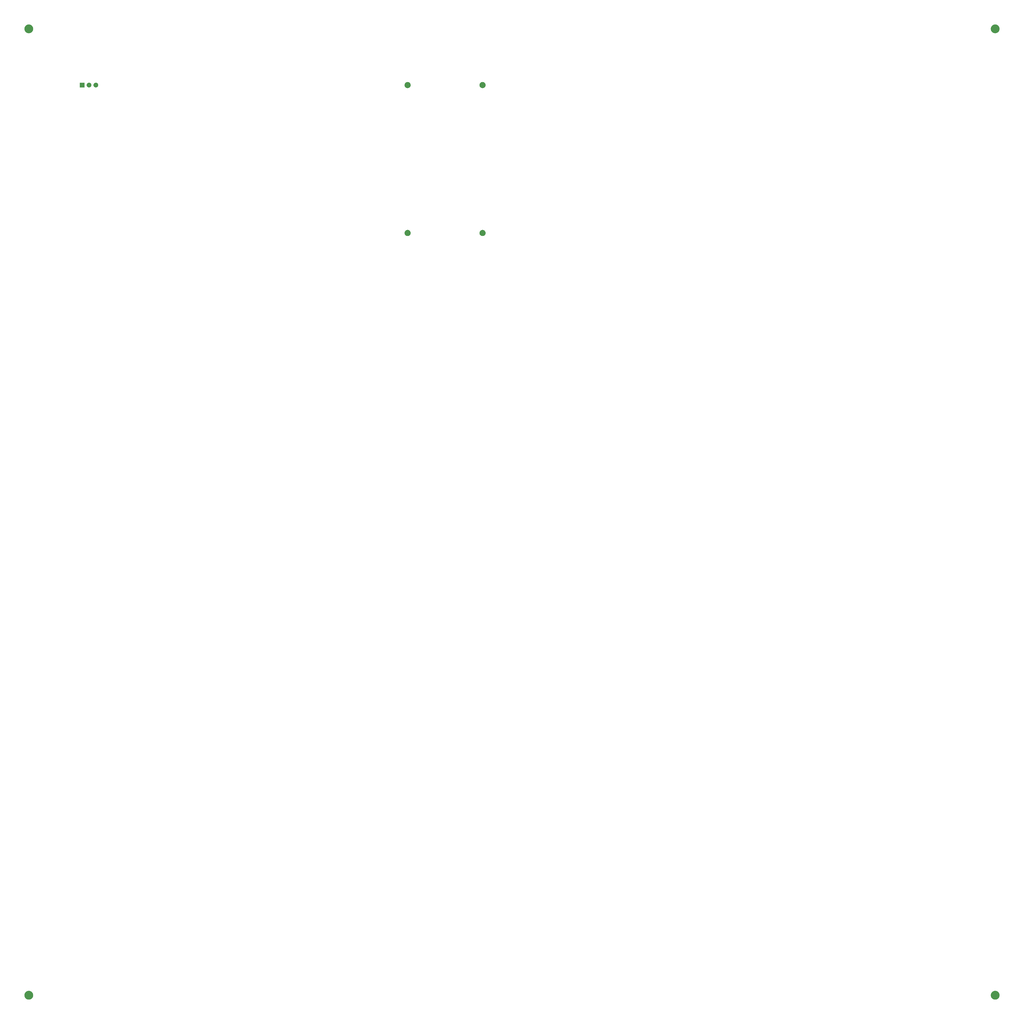
<source format=gbr>
G04 #@! TF.GenerationSoftware,KiCad,Pcbnew,8.0.2-8.0.2-0~ubuntu22.04.1*
G04 #@! TF.CreationDate,2024-05-18T22:12:29+02:00*
G04 #@! TF.ProjectId,qclock,71636c6f-636b-42e6-9b69-6361645f7063,rev?*
G04 #@! TF.SameCoordinates,Original*
G04 #@! TF.FileFunction,Soldermask,Bot*
G04 #@! TF.FilePolarity,Negative*
%FSLAX46Y46*%
G04 Gerber Fmt 4.6, Leading zero omitted, Abs format (unit mm)*
G04 Created by KiCad (PCBNEW 8.0.2-8.0.2-0~ubuntu22.04.1) date 2024-05-18 22:12:29*
%MOMM*%
%LPD*%
G01*
G04 APERTURE LIST*
G04 APERTURE END LIST*
G36*
X32063098Y-391353966D02*
G01*
X32123353Y-391353966D01*
X32189199Y-391363890D01*
X32258273Y-391369327D01*
X32313947Y-391382693D01*
X32367302Y-391390735D01*
X32437021Y-391412240D01*
X32510187Y-391429806D01*
X32557495Y-391449401D01*
X32603052Y-391463454D01*
X32674569Y-391497895D01*
X32749538Y-391528948D01*
X32788022Y-391552531D01*
X32825322Y-391570494D01*
X32896271Y-391618866D01*
X32970433Y-391664313D01*
X33000127Y-391689674D01*
X33029162Y-391709470D01*
X33096956Y-391772374D01*
X33167433Y-391832567D01*
X33188834Y-391857625D01*
X33210011Y-391877274D01*
X33271925Y-391954911D01*
X33335687Y-392029567D01*
X33349709Y-392052449D01*
X33363830Y-392070156D01*
X33417087Y-392162399D01*
X33471052Y-392250462D01*
X33478977Y-392269597D01*
X33487185Y-392283812D01*
X33529038Y-392390454D01*
X33570194Y-392489813D01*
X33573597Y-392503991D01*
X33577314Y-392513460D01*
X33605157Y-392635446D01*
X33630673Y-392741727D01*
X33631334Y-392750133D01*
X33632214Y-392753986D01*
X33643683Y-392907031D01*
X33651000Y-393000000D01*
X33643682Y-393092975D01*
X33632214Y-393246013D01*
X33631334Y-393249865D01*
X33630673Y-393258273D01*
X33605152Y-393364573D01*
X33577314Y-393486539D01*
X33573598Y-393496005D01*
X33570194Y-393510187D01*
X33529031Y-393609563D01*
X33487185Y-393716187D01*
X33478979Y-393730399D01*
X33471052Y-393749538D01*
X33417077Y-393837616D01*
X33363830Y-393929843D01*
X33349712Y-393947546D01*
X33335687Y-393970433D01*
X33271913Y-394045102D01*
X33210011Y-394122725D01*
X33188838Y-394142369D01*
X33167433Y-394167433D01*
X33096942Y-394227637D01*
X33029162Y-394290529D01*
X33000133Y-394310320D01*
X32970433Y-394335687D01*
X32896257Y-394381142D01*
X32825322Y-394429505D01*
X32788030Y-394447463D01*
X32749538Y-394471052D01*
X32674554Y-394502110D01*
X32603052Y-394536545D01*
X32557504Y-394550594D01*
X32510187Y-394570194D01*
X32437007Y-394587762D01*
X32367302Y-394609264D01*
X32313955Y-394617304D01*
X32258273Y-394630673D01*
X32189195Y-394636109D01*
X32123353Y-394646034D01*
X32063098Y-394646034D01*
X32000000Y-394651000D01*
X31936902Y-394646034D01*
X31876647Y-394646034D01*
X31810803Y-394636109D01*
X31741727Y-394630673D01*
X31686045Y-394617305D01*
X31632697Y-394609264D01*
X31562988Y-394587761D01*
X31489813Y-394570194D01*
X31442498Y-394550595D01*
X31396947Y-394536545D01*
X31325438Y-394502107D01*
X31250462Y-394471052D01*
X31211972Y-394447465D01*
X31174675Y-394429504D01*
X31103726Y-394381131D01*
X31029567Y-394335687D01*
X30999873Y-394310326D01*
X30970839Y-394290531D01*
X30903043Y-394227625D01*
X30832567Y-394167433D01*
X30811164Y-394142374D01*
X30789988Y-394122725D01*
X30728071Y-394045084D01*
X30664313Y-393970433D01*
X30650291Y-393947551D01*
X30636169Y-393929843D01*
X30582905Y-393837588D01*
X30528948Y-393749538D01*
X30521023Y-393730405D01*
X30512814Y-393716187D01*
X30470949Y-393609517D01*
X30429806Y-393510187D01*
X30426402Y-393496012D01*
X30422685Y-393486539D01*
X30394827Y-393364488D01*
X30369327Y-393258273D01*
X30368665Y-393249871D01*
X30367785Y-393246013D01*
X30356296Y-393092710D01*
X30349000Y-393000000D01*
X30356296Y-392907297D01*
X30367785Y-392753986D01*
X30368665Y-392750126D01*
X30369327Y-392741727D01*
X30394822Y-392635530D01*
X30422685Y-392513460D01*
X30426403Y-392503984D01*
X30429806Y-392489813D01*
X30470942Y-392390500D01*
X30512814Y-392283812D01*
X30521024Y-392269590D01*
X30528948Y-392250462D01*
X30582895Y-392162427D01*
X30636169Y-392070156D01*
X30650293Y-392052443D01*
X30664313Y-392029567D01*
X30728059Y-391954929D01*
X30789988Y-391877274D01*
X30811169Y-391857620D01*
X30832567Y-391832567D01*
X30903029Y-391772386D01*
X30970839Y-391709468D01*
X30999879Y-391689668D01*
X31029567Y-391664313D01*
X31103711Y-391618876D01*
X31174675Y-391570495D01*
X31211980Y-391552529D01*
X31250462Y-391528948D01*
X31325423Y-391497898D01*
X31396947Y-391463454D01*
X31442507Y-391449400D01*
X31489813Y-391429806D01*
X31562973Y-391412241D01*
X31632697Y-391390735D01*
X31686054Y-391382692D01*
X31741727Y-391369327D01*
X31810799Y-391363890D01*
X31876647Y-391353966D01*
X31936902Y-391353966D01*
X32000000Y-391349000D01*
X32063098Y-391353966D01*
G37*
G36*
X393063098Y-391353966D02*
G01*
X393123353Y-391353966D01*
X393189199Y-391363890D01*
X393258273Y-391369327D01*
X393313947Y-391382693D01*
X393367302Y-391390735D01*
X393437021Y-391412240D01*
X393510187Y-391429806D01*
X393557495Y-391449401D01*
X393603052Y-391463454D01*
X393674569Y-391497895D01*
X393749538Y-391528948D01*
X393788022Y-391552531D01*
X393825322Y-391570494D01*
X393896271Y-391618866D01*
X393970433Y-391664313D01*
X394000127Y-391689674D01*
X394029162Y-391709470D01*
X394096956Y-391772374D01*
X394167433Y-391832567D01*
X394188834Y-391857625D01*
X394210011Y-391877274D01*
X394271925Y-391954911D01*
X394335687Y-392029567D01*
X394349709Y-392052449D01*
X394363830Y-392070156D01*
X394417087Y-392162399D01*
X394471052Y-392250462D01*
X394478977Y-392269597D01*
X394487185Y-392283812D01*
X394529038Y-392390454D01*
X394570194Y-392489813D01*
X394573597Y-392503991D01*
X394577314Y-392513460D01*
X394605157Y-392635446D01*
X394630673Y-392741727D01*
X394631334Y-392750133D01*
X394632214Y-392753986D01*
X394643683Y-392907031D01*
X394651000Y-393000000D01*
X394643682Y-393092975D01*
X394632214Y-393246013D01*
X394631334Y-393249865D01*
X394630673Y-393258273D01*
X394605152Y-393364573D01*
X394577314Y-393486539D01*
X394573598Y-393496005D01*
X394570194Y-393510187D01*
X394529031Y-393609563D01*
X394487185Y-393716187D01*
X394478979Y-393730399D01*
X394471052Y-393749538D01*
X394417077Y-393837616D01*
X394363830Y-393929843D01*
X394349712Y-393947546D01*
X394335687Y-393970433D01*
X394271913Y-394045102D01*
X394210011Y-394122725D01*
X394188838Y-394142369D01*
X394167433Y-394167433D01*
X394096942Y-394227637D01*
X394029162Y-394290529D01*
X394000133Y-394310320D01*
X393970433Y-394335687D01*
X393896257Y-394381142D01*
X393825322Y-394429505D01*
X393788030Y-394447463D01*
X393749538Y-394471052D01*
X393674554Y-394502110D01*
X393603052Y-394536545D01*
X393557504Y-394550594D01*
X393510187Y-394570194D01*
X393437007Y-394587762D01*
X393367302Y-394609264D01*
X393313955Y-394617304D01*
X393258273Y-394630673D01*
X393189195Y-394636109D01*
X393123353Y-394646034D01*
X393063098Y-394646034D01*
X393000000Y-394651000D01*
X392936902Y-394646034D01*
X392876647Y-394646034D01*
X392810803Y-394636109D01*
X392741727Y-394630673D01*
X392686045Y-394617305D01*
X392632697Y-394609264D01*
X392562988Y-394587761D01*
X392489813Y-394570194D01*
X392442498Y-394550595D01*
X392396947Y-394536545D01*
X392325438Y-394502107D01*
X392250462Y-394471052D01*
X392211972Y-394447465D01*
X392174675Y-394429504D01*
X392103726Y-394381131D01*
X392029567Y-394335687D01*
X391999873Y-394310326D01*
X391970839Y-394290531D01*
X391903043Y-394227625D01*
X391832567Y-394167433D01*
X391811164Y-394142374D01*
X391789988Y-394122725D01*
X391728071Y-394045084D01*
X391664313Y-393970433D01*
X391650291Y-393947551D01*
X391636169Y-393929843D01*
X391582905Y-393837588D01*
X391528948Y-393749538D01*
X391521023Y-393730405D01*
X391512814Y-393716187D01*
X391470949Y-393609517D01*
X391429806Y-393510187D01*
X391426402Y-393496012D01*
X391422685Y-393486539D01*
X391394827Y-393364488D01*
X391369327Y-393258273D01*
X391368665Y-393249871D01*
X391367785Y-393246013D01*
X391356296Y-393092710D01*
X391349000Y-393000000D01*
X391356296Y-392907297D01*
X391367785Y-392753986D01*
X391368665Y-392750126D01*
X391369327Y-392741727D01*
X391394822Y-392635530D01*
X391422685Y-392513460D01*
X391426403Y-392503984D01*
X391429806Y-392489813D01*
X391470942Y-392390500D01*
X391512814Y-392283812D01*
X391521024Y-392269590D01*
X391528948Y-392250462D01*
X391582895Y-392162427D01*
X391636169Y-392070156D01*
X391650293Y-392052443D01*
X391664313Y-392029567D01*
X391728059Y-391954929D01*
X391789988Y-391877274D01*
X391811169Y-391857620D01*
X391832567Y-391832567D01*
X391903029Y-391772386D01*
X391970839Y-391709468D01*
X391999879Y-391689668D01*
X392029567Y-391664313D01*
X392103711Y-391618876D01*
X392174675Y-391570495D01*
X392211980Y-391552529D01*
X392250462Y-391528948D01*
X392325423Y-391497898D01*
X392396947Y-391463454D01*
X392442507Y-391449400D01*
X392489813Y-391429806D01*
X392562973Y-391412241D01*
X392632697Y-391390735D01*
X392686054Y-391382692D01*
X392741727Y-391369327D01*
X392810799Y-391363890D01*
X392876647Y-391353966D01*
X392936902Y-391353966D01*
X393000000Y-391349000D01*
X393063098Y-391353966D01*
G37*
G36*
X173550672Y-107103910D02*
G01*
X173606201Y-107103910D01*
X173655050Y-107113041D01*
X173699783Y-107116955D01*
X173754691Y-107131667D01*
X173814986Y-107142939D01*
X173855882Y-107158782D01*
X173893500Y-107168862D01*
X173950449Y-107195417D01*
X174013045Y-107219667D01*
X174045350Y-107239669D01*
X174075263Y-107253618D01*
X174131688Y-107293127D01*
X174193632Y-107331482D01*
X174217378Y-107353130D01*
X174239539Y-107368647D01*
X174292543Y-107421651D01*
X174350599Y-107474576D01*
X174366424Y-107495532D01*
X174381352Y-107510460D01*
X174427922Y-107576969D01*
X174478600Y-107644077D01*
X174487677Y-107662307D01*
X174496381Y-107674737D01*
X174533430Y-107754191D01*
X174573276Y-107834211D01*
X174577239Y-107848139D01*
X174581137Y-107856499D01*
X174605709Y-107948204D01*
X174631402Y-108038504D01*
X174632192Y-108047039D01*
X174633044Y-108050216D01*
X174642447Y-108157707D01*
X174651000Y-108250000D01*
X174642447Y-108342299D01*
X174633044Y-108449783D01*
X174632193Y-108452958D01*
X174631402Y-108461496D01*
X174605705Y-108551811D01*
X174581137Y-108643500D01*
X174577239Y-108651857D01*
X174573276Y-108665789D01*
X174533427Y-108745815D01*
X174496381Y-108825263D01*
X174487678Y-108837691D01*
X174478600Y-108855923D01*
X174427917Y-108923037D01*
X174381352Y-108989539D01*
X174366427Y-109004463D01*
X174350599Y-109025424D01*
X174292532Y-109078358D01*
X174239539Y-109131352D01*
X174217383Y-109146865D01*
X174193632Y-109168518D01*
X174131675Y-109206879D01*
X174075263Y-109246381D01*
X174045357Y-109260325D01*
X174013045Y-109280333D01*
X173950436Y-109304587D01*
X173893500Y-109331137D01*
X173855890Y-109341214D01*
X173814986Y-109357061D01*
X173754679Y-109368334D01*
X173699783Y-109383044D01*
X173655060Y-109386956D01*
X173606201Y-109396090D01*
X173550660Y-109396090D01*
X173500000Y-109400522D01*
X173449340Y-109396090D01*
X173393799Y-109396090D01*
X173344940Y-109386956D01*
X173300216Y-109383044D01*
X173245317Y-109368333D01*
X173185014Y-109357061D01*
X173144111Y-109341215D01*
X173106499Y-109331137D01*
X173049557Y-109304585D01*
X172986955Y-109280333D01*
X172954645Y-109260327D01*
X172924736Y-109246381D01*
X172868315Y-109206874D01*
X172806368Y-109168518D01*
X172782619Y-109146868D01*
X172760460Y-109131352D01*
X172707456Y-109078348D01*
X172649401Y-109025424D01*
X172633575Y-109004467D01*
X172618647Y-108989539D01*
X172572069Y-108923019D01*
X172521400Y-108855923D01*
X172512324Y-108837696D01*
X172503618Y-108825263D01*
X172466556Y-108745783D01*
X172426724Y-108665789D01*
X172422761Y-108651863D01*
X172418862Y-108643500D01*
X172394277Y-108551751D01*
X172368598Y-108461496D01*
X172367807Y-108452964D01*
X172366955Y-108449783D01*
X172357534Y-108342106D01*
X172349000Y-108250000D01*
X172357534Y-108157900D01*
X172366955Y-108050216D01*
X172367807Y-108047034D01*
X172368598Y-108038504D01*
X172394273Y-107948264D01*
X172418862Y-107856499D01*
X172422762Y-107848134D01*
X172426724Y-107834211D01*
X172466553Y-107754222D01*
X172503618Y-107674737D01*
X172512324Y-107662302D01*
X172521400Y-107644077D01*
X172572063Y-107576987D01*
X172618647Y-107510460D01*
X172633578Y-107495528D01*
X172649401Y-107474576D01*
X172707444Y-107421662D01*
X172760460Y-107368647D01*
X172782624Y-107353127D01*
X172806368Y-107331482D01*
X172868308Y-107293129D01*
X172924737Y-107253618D01*
X172954649Y-107239669D01*
X172986955Y-107219667D01*
X173049546Y-107195419D01*
X173106499Y-107168862D01*
X173144119Y-107158781D01*
X173185014Y-107142939D01*
X173245304Y-107131668D01*
X173300216Y-107116955D01*
X173344950Y-107113041D01*
X173393799Y-107103910D01*
X173449328Y-107103910D01*
X173500000Y-107099477D01*
X173550672Y-107103910D01*
G37*
G36*
X201550672Y-107103910D02*
G01*
X201606201Y-107103910D01*
X201655050Y-107113041D01*
X201699783Y-107116955D01*
X201754691Y-107131667D01*
X201814986Y-107142939D01*
X201855882Y-107158782D01*
X201893500Y-107168862D01*
X201950449Y-107195417D01*
X202013045Y-107219667D01*
X202045350Y-107239669D01*
X202075263Y-107253618D01*
X202131688Y-107293127D01*
X202193632Y-107331482D01*
X202217378Y-107353130D01*
X202239539Y-107368647D01*
X202292543Y-107421651D01*
X202350599Y-107474576D01*
X202366424Y-107495532D01*
X202381352Y-107510460D01*
X202427922Y-107576969D01*
X202478600Y-107644077D01*
X202487677Y-107662307D01*
X202496381Y-107674737D01*
X202533430Y-107754191D01*
X202573276Y-107834211D01*
X202577239Y-107848139D01*
X202581137Y-107856499D01*
X202605709Y-107948204D01*
X202631402Y-108038504D01*
X202632192Y-108047039D01*
X202633044Y-108050216D01*
X202642447Y-108157707D01*
X202651000Y-108250000D01*
X202642447Y-108342299D01*
X202633044Y-108449783D01*
X202632193Y-108452958D01*
X202631402Y-108461496D01*
X202605705Y-108551811D01*
X202581137Y-108643500D01*
X202577239Y-108651857D01*
X202573276Y-108665789D01*
X202533427Y-108745815D01*
X202496381Y-108825263D01*
X202487678Y-108837691D01*
X202478600Y-108855923D01*
X202427917Y-108923037D01*
X202381352Y-108989539D01*
X202366427Y-109004463D01*
X202350599Y-109025424D01*
X202292532Y-109078358D01*
X202239539Y-109131352D01*
X202217383Y-109146865D01*
X202193632Y-109168518D01*
X202131675Y-109206879D01*
X202075263Y-109246381D01*
X202045357Y-109260325D01*
X202013045Y-109280333D01*
X201950436Y-109304587D01*
X201893500Y-109331137D01*
X201855890Y-109341214D01*
X201814986Y-109357061D01*
X201754679Y-109368334D01*
X201699783Y-109383044D01*
X201655060Y-109386956D01*
X201606201Y-109396090D01*
X201550660Y-109396090D01*
X201500000Y-109400522D01*
X201449340Y-109396090D01*
X201393799Y-109396090D01*
X201344940Y-109386956D01*
X201300216Y-109383044D01*
X201245317Y-109368333D01*
X201185014Y-109357061D01*
X201144111Y-109341215D01*
X201106499Y-109331137D01*
X201049557Y-109304585D01*
X200986955Y-109280333D01*
X200954645Y-109260327D01*
X200924736Y-109246381D01*
X200868315Y-109206874D01*
X200806368Y-109168518D01*
X200782619Y-109146868D01*
X200760460Y-109131352D01*
X200707456Y-109078348D01*
X200649401Y-109025424D01*
X200633575Y-109004467D01*
X200618647Y-108989539D01*
X200572069Y-108923019D01*
X200521400Y-108855923D01*
X200512324Y-108837696D01*
X200503618Y-108825263D01*
X200466556Y-108745783D01*
X200426724Y-108665789D01*
X200422761Y-108651863D01*
X200418862Y-108643500D01*
X200394277Y-108551751D01*
X200368598Y-108461496D01*
X200367807Y-108452964D01*
X200366955Y-108449783D01*
X200357534Y-108342106D01*
X200349000Y-108250000D01*
X200357534Y-108157900D01*
X200366955Y-108050216D01*
X200367807Y-108047034D01*
X200368598Y-108038504D01*
X200394273Y-107948264D01*
X200418862Y-107856499D01*
X200422762Y-107848134D01*
X200426724Y-107834211D01*
X200466553Y-107754222D01*
X200503618Y-107674737D01*
X200512324Y-107662302D01*
X200521400Y-107644077D01*
X200572063Y-107576987D01*
X200618647Y-107510460D01*
X200633578Y-107495528D01*
X200649401Y-107474576D01*
X200707444Y-107421662D01*
X200760460Y-107368647D01*
X200782624Y-107353127D01*
X200806368Y-107331482D01*
X200868308Y-107293129D01*
X200924737Y-107253618D01*
X200954649Y-107239669D01*
X200986955Y-107219667D01*
X201049546Y-107195419D01*
X201106499Y-107168862D01*
X201144119Y-107158781D01*
X201185014Y-107142939D01*
X201245304Y-107131668D01*
X201300216Y-107116955D01*
X201344950Y-107113041D01*
X201393799Y-107103910D01*
X201449328Y-107103910D01*
X201500000Y-107099477D01*
X201550672Y-107103910D01*
G37*
G36*
X173550672Y-51853910D02*
G01*
X173606201Y-51853910D01*
X173655050Y-51863041D01*
X173699783Y-51866955D01*
X173754691Y-51881667D01*
X173814986Y-51892939D01*
X173855882Y-51908782D01*
X173893500Y-51918862D01*
X173950449Y-51945417D01*
X174013045Y-51969667D01*
X174045350Y-51989669D01*
X174075263Y-52003618D01*
X174131688Y-52043127D01*
X174193632Y-52081482D01*
X174217378Y-52103130D01*
X174239539Y-52118647D01*
X174292543Y-52171651D01*
X174350599Y-52224576D01*
X174366424Y-52245532D01*
X174381352Y-52260460D01*
X174427922Y-52326969D01*
X174478600Y-52394077D01*
X174487677Y-52412307D01*
X174496381Y-52424737D01*
X174533430Y-52504191D01*
X174573276Y-52584211D01*
X174577239Y-52598139D01*
X174581137Y-52606499D01*
X174605709Y-52698204D01*
X174631402Y-52788504D01*
X174632192Y-52797039D01*
X174633044Y-52800216D01*
X174642447Y-52907707D01*
X174651000Y-53000000D01*
X174642447Y-53092299D01*
X174633044Y-53199783D01*
X174632193Y-53202958D01*
X174631402Y-53211496D01*
X174605705Y-53301811D01*
X174581137Y-53393500D01*
X174577239Y-53401857D01*
X174573276Y-53415789D01*
X174533427Y-53495815D01*
X174496381Y-53575263D01*
X174487678Y-53587691D01*
X174478600Y-53605923D01*
X174427917Y-53673037D01*
X174381352Y-53739539D01*
X174366427Y-53754463D01*
X174350599Y-53775424D01*
X174292532Y-53828358D01*
X174239539Y-53881352D01*
X174217383Y-53896865D01*
X174193632Y-53918518D01*
X174131675Y-53956879D01*
X174075263Y-53996381D01*
X174045357Y-54010325D01*
X174013045Y-54030333D01*
X173950436Y-54054587D01*
X173893500Y-54081137D01*
X173855890Y-54091214D01*
X173814986Y-54107061D01*
X173754679Y-54118334D01*
X173699783Y-54133044D01*
X173655060Y-54136956D01*
X173606201Y-54146090D01*
X173550660Y-54146090D01*
X173500000Y-54150522D01*
X173449340Y-54146090D01*
X173393799Y-54146090D01*
X173344940Y-54136956D01*
X173300216Y-54133044D01*
X173245317Y-54118333D01*
X173185014Y-54107061D01*
X173144111Y-54091215D01*
X173106499Y-54081137D01*
X173049557Y-54054585D01*
X172986955Y-54030333D01*
X172954645Y-54010327D01*
X172924736Y-53996381D01*
X172868315Y-53956874D01*
X172806368Y-53918518D01*
X172782619Y-53896868D01*
X172760460Y-53881352D01*
X172707456Y-53828348D01*
X172649401Y-53775424D01*
X172633575Y-53754467D01*
X172618647Y-53739539D01*
X172572069Y-53673019D01*
X172521400Y-53605923D01*
X172512324Y-53587696D01*
X172503618Y-53575263D01*
X172466556Y-53495783D01*
X172426724Y-53415789D01*
X172422761Y-53401863D01*
X172418862Y-53393500D01*
X172394277Y-53301751D01*
X172368598Y-53211496D01*
X172367807Y-53202964D01*
X172366955Y-53199783D01*
X172357534Y-53092106D01*
X172349000Y-53000000D01*
X172357534Y-52907900D01*
X172366955Y-52800216D01*
X172367807Y-52797034D01*
X172368598Y-52788504D01*
X172394273Y-52698264D01*
X172418862Y-52606499D01*
X172422762Y-52598134D01*
X172426724Y-52584211D01*
X172466553Y-52504222D01*
X172503618Y-52424737D01*
X172512324Y-52412302D01*
X172521400Y-52394077D01*
X172572063Y-52326987D01*
X172618647Y-52260460D01*
X172633578Y-52245528D01*
X172649401Y-52224576D01*
X172707444Y-52171662D01*
X172760460Y-52118647D01*
X172782624Y-52103127D01*
X172806368Y-52081482D01*
X172868308Y-52043129D01*
X172924737Y-52003618D01*
X172954649Y-51989669D01*
X172986955Y-51969667D01*
X173049546Y-51945419D01*
X173106499Y-51918862D01*
X173144119Y-51908781D01*
X173185014Y-51892939D01*
X173245304Y-51881668D01*
X173300216Y-51866955D01*
X173344950Y-51863041D01*
X173393799Y-51853910D01*
X173449328Y-51853910D01*
X173500000Y-51849477D01*
X173550672Y-51853910D01*
G37*
G36*
X201550672Y-51853910D02*
G01*
X201606201Y-51853910D01*
X201655050Y-51863041D01*
X201699783Y-51866955D01*
X201754691Y-51881667D01*
X201814986Y-51892939D01*
X201855882Y-51908782D01*
X201893500Y-51918862D01*
X201950449Y-51945417D01*
X202013045Y-51969667D01*
X202045350Y-51989669D01*
X202075263Y-52003618D01*
X202131688Y-52043127D01*
X202193632Y-52081482D01*
X202217378Y-52103130D01*
X202239539Y-52118647D01*
X202292543Y-52171651D01*
X202350599Y-52224576D01*
X202366424Y-52245532D01*
X202381352Y-52260460D01*
X202427922Y-52326969D01*
X202478600Y-52394077D01*
X202487677Y-52412307D01*
X202496381Y-52424737D01*
X202533430Y-52504191D01*
X202573276Y-52584211D01*
X202577239Y-52598139D01*
X202581137Y-52606499D01*
X202605709Y-52698204D01*
X202631402Y-52788504D01*
X202632192Y-52797039D01*
X202633044Y-52800216D01*
X202642447Y-52907707D01*
X202651000Y-53000000D01*
X202642447Y-53092299D01*
X202633044Y-53199783D01*
X202632193Y-53202958D01*
X202631402Y-53211496D01*
X202605705Y-53301811D01*
X202581137Y-53393500D01*
X202577239Y-53401857D01*
X202573276Y-53415789D01*
X202533427Y-53495815D01*
X202496381Y-53575263D01*
X202487678Y-53587691D01*
X202478600Y-53605923D01*
X202427917Y-53673037D01*
X202381352Y-53739539D01*
X202366427Y-53754463D01*
X202350599Y-53775424D01*
X202292532Y-53828358D01*
X202239539Y-53881352D01*
X202217383Y-53896865D01*
X202193632Y-53918518D01*
X202131675Y-53956879D01*
X202075263Y-53996381D01*
X202045357Y-54010325D01*
X202013045Y-54030333D01*
X201950436Y-54054587D01*
X201893500Y-54081137D01*
X201855890Y-54091214D01*
X201814986Y-54107061D01*
X201754679Y-54118334D01*
X201699783Y-54133044D01*
X201655060Y-54136956D01*
X201606201Y-54146090D01*
X201550660Y-54146090D01*
X201500000Y-54150522D01*
X201449340Y-54146090D01*
X201393799Y-54146090D01*
X201344940Y-54136956D01*
X201300216Y-54133044D01*
X201245317Y-54118333D01*
X201185014Y-54107061D01*
X201144111Y-54091215D01*
X201106499Y-54081137D01*
X201049557Y-54054585D01*
X200986955Y-54030333D01*
X200954645Y-54010327D01*
X200924736Y-53996381D01*
X200868315Y-53956874D01*
X200806368Y-53918518D01*
X200782619Y-53896868D01*
X200760460Y-53881352D01*
X200707456Y-53828348D01*
X200649401Y-53775424D01*
X200633575Y-53754467D01*
X200618647Y-53739539D01*
X200572069Y-53673019D01*
X200521400Y-53605923D01*
X200512324Y-53587696D01*
X200503618Y-53575263D01*
X200466556Y-53495783D01*
X200426724Y-53415789D01*
X200422761Y-53401863D01*
X200418862Y-53393500D01*
X200394277Y-53301751D01*
X200368598Y-53211496D01*
X200367807Y-53202964D01*
X200366955Y-53199783D01*
X200357534Y-53092106D01*
X200349000Y-53000000D01*
X200357534Y-52907900D01*
X200366955Y-52800216D01*
X200367807Y-52797034D01*
X200368598Y-52788504D01*
X200394273Y-52698264D01*
X200418862Y-52606499D01*
X200422762Y-52598134D01*
X200426724Y-52584211D01*
X200466553Y-52504222D01*
X200503618Y-52424737D01*
X200512324Y-52412302D01*
X200521400Y-52394077D01*
X200572063Y-52326987D01*
X200618647Y-52260460D01*
X200633578Y-52245528D01*
X200649401Y-52224576D01*
X200707444Y-52171662D01*
X200760460Y-52118647D01*
X200782624Y-52103127D01*
X200806368Y-52081482D01*
X200868308Y-52043129D01*
X200924737Y-52003618D01*
X200954649Y-51989669D01*
X200986955Y-51969667D01*
X201049546Y-51945419D01*
X201106499Y-51918862D01*
X201144119Y-51908781D01*
X201185014Y-51892939D01*
X201245304Y-51881668D01*
X201300216Y-51866955D01*
X201344950Y-51863041D01*
X201393799Y-51853910D01*
X201449328Y-51853910D01*
X201500000Y-51849477D01*
X201550672Y-51853910D01*
G37*
G36*
X52829517Y-52102882D02*
G01*
X52846062Y-52113938D01*
X52857118Y-52130483D01*
X52861000Y-52150000D01*
X52861000Y-53850000D01*
X52857118Y-53869517D01*
X52846062Y-53886062D01*
X52829517Y-53897118D01*
X52810000Y-53901000D01*
X51110000Y-53901000D01*
X51090483Y-53897118D01*
X51073938Y-53886062D01*
X51062882Y-53869517D01*
X51059000Y-53850000D01*
X51059000Y-52150000D01*
X51062882Y-52130483D01*
X51073938Y-52113938D01*
X51090483Y-52102882D01*
X51110000Y-52099000D01*
X52810000Y-52099000D01*
X52829517Y-52102882D01*
G37*
G36*
X54543983Y-52103936D02*
G01*
X54594180Y-52103936D01*
X54637524Y-52113149D01*
X54675659Y-52116905D01*
X54723566Y-52131437D01*
X54778424Y-52143098D01*
X54813530Y-52158728D01*
X54844566Y-52168143D01*
X54893884Y-52194504D01*
X54950500Y-52219711D01*
X54976822Y-52238835D01*
X55000232Y-52251348D01*
X55047988Y-52290540D01*
X55102887Y-52330427D01*
X55120711Y-52350223D01*
X55136675Y-52363324D01*
X55179572Y-52415594D01*
X55228924Y-52470405D01*
X55239292Y-52488363D01*
X55248651Y-52499767D01*
X55283273Y-52564542D01*
X55323104Y-52633530D01*
X55327685Y-52647630D01*
X55331856Y-52655433D01*
X55354852Y-52731242D01*
X55381311Y-52812672D01*
X55382242Y-52821532D01*
X55383094Y-52824340D01*
X55391384Y-52908513D01*
X55401000Y-53000000D01*
X55391383Y-53091494D01*
X55383094Y-53175659D01*
X55382242Y-53178466D01*
X55381311Y-53187328D01*
X55354848Y-53268771D01*
X55331856Y-53344566D01*
X55327686Y-53352366D01*
X55323104Y-53366470D01*
X55283266Y-53435470D01*
X55248651Y-53500232D01*
X55239294Y-53511633D01*
X55228924Y-53529595D01*
X55179563Y-53584415D01*
X55136675Y-53636675D01*
X55120714Y-53649773D01*
X55102887Y-53669573D01*
X55047977Y-53709467D01*
X55000232Y-53748651D01*
X54976827Y-53761161D01*
X54950500Y-53780289D01*
X54893873Y-53805500D01*
X54844566Y-53831856D01*
X54813537Y-53841268D01*
X54778424Y-53856902D01*
X54723555Y-53868564D01*
X54675659Y-53883094D01*
X54637532Y-53886849D01*
X54594180Y-53896064D01*
X54543973Y-53896064D01*
X54500000Y-53900395D01*
X54456027Y-53896064D01*
X54405820Y-53896064D01*
X54362467Y-53886849D01*
X54324340Y-53883094D01*
X54276441Y-53868563D01*
X54221576Y-53856902D01*
X54186464Y-53841269D01*
X54155433Y-53831856D01*
X54106120Y-53805498D01*
X54049500Y-53780289D01*
X54023175Y-53761163D01*
X53999767Y-53748651D01*
X53952013Y-53709460D01*
X53897113Y-53669573D01*
X53879287Y-53649776D01*
X53863324Y-53636675D01*
X53820425Y-53584402D01*
X53771076Y-53529595D01*
X53760708Y-53511637D01*
X53751348Y-53500232D01*
X53716719Y-53435447D01*
X53676896Y-53366470D01*
X53672315Y-53352371D01*
X53668143Y-53344566D01*
X53645136Y-53268725D01*
X53618689Y-53187328D01*
X53617758Y-53178471D01*
X53616905Y-53175659D01*
X53608600Y-53091342D01*
X53599000Y-53000000D01*
X53608599Y-52908664D01*
X53616905Y-52824340D01*
X53617758Y-52821527D01*
X53618689Y-52812672D01*
X53645132Y-52731288D01*
X53668143Y-52655433D01*
X53672315Y-52647626D01*
X53676896Y-52633530D01*
X53716712Y-52564565D01*
X53751348Y-52499767D01*
X53760710Y-52488359D01*
X53771076Y-52470405D01*
X53820416Y-52415607D01*
X53863324Y-52363324D01*
X53879291Y-52350219D01*
X53897113Y-52330427D01*
X53952002Y-52290546D01*
X53999767Y-52251348D01*
X54023180Y-52238833D01*
X54049500Y-52219711D01*
X54106109Y-52194506D01*
X54155433Y-52168143D01*
X54186471Y-52158727D01*
X54221576Y-52143098D01*
X54276430Y-52131438D01*
X54324340Y-52116905D01*
X54362476Y-52113148D01*
X54405820Y-52103936D01*
X54456016Y-52103936D01*
X54500000Y-52099604D01*
X54543983Y-52103936D01*
G37*
G36*
X57083983Y-52103936D02*
G01*
X57134180Y-52103936D01*
X57177524Y-52113149D01*
X57215659Y-52116905D01*
X57263566Y-52131437D01*
X57318424Y-52143098D01*
X57353530Y-52158728D01*
X57384566Y-52168143D01*
X57433884Y-52194504D01*
X57490500Y-52219711D01*
X57516822Y-52238835D01*
X57540232Y-52251348D01*
X57587988Y-52290540D01*
X57642887Y-52330427D01*
X57660711Y-52350223D01*
X57676675Y-52363324D01*
X57719572Y-52415594D01*
X57768924Y-52470405D01*
X57779292Y-52488363D01*
X57788651Y-52499767D01*
X57823273Y-52564542D01*
X57863104Y-52633530D01*
X57867685Y-52647630D01*
X57871856Y-52655433D01*
X57894852Y-52731242D01*
X57921311Y-52812672D01*
X57922242Y-52821532D01*
X57923094Y-52824340D01*
X57931384Y-52908513D01*
X57941000Y-53000000D01*
X57931383Y-53091494D01*
X57923094Y-53175659D01*
X57922242Y-53178466D01*
X57921311Y-53187328D01*
X57894848Y-53268771D01*
X57871856Y-53344566D01*
X57867686Y-53352366D01*
X57863104Y-53366470D01*
X57823266Y-53435470D01*
X57788651Y-53500232D01*
X57779294Y-53511633D01*
X57768924Y-53529595D01*
X57719563Y-53584415D01*
X57676675Y-53636675D01*
X57660714Y-53649773D01*
X57642887Y-53669573D01*
X57587977Y-53709467D01*
X57540232Y-53748651D01*
X57516827Y-53761161D01*
X57490500Y-53780289D01*
X57433873Y-53805500D01*
X57384566Y-53831856D01*
X57353537Y-53841268D01*
X57318424Y-53856902D01*
X57263555Y-53868564D01*
X57215659Y-53883094D01*
X57177532Y-53886849D01*
X57134180Y-53896064D01*
X57083973Y-53896064D01*
X57040000Y-53900395D01*
X56996027Y-53896064D01*
X56945820Y-53896064D01*
X56902467Y-53886849D01*
X56864340Y-53883094D01*
X56816441Y-53868563D01*
X56761576Y-53856902D01*
X56726464Y-53841269D01*
X56695433Y-53831856D01*
X56646120Y-53805498D01*
X56589500Y-53780289D01*
X56563175Y-53761163D01*
X56539767Y-53748651D01*
X56492013Y-53709460D01*
X56437113Y-53669573D01*
X56419287Y-53649776D01*
X56403324Y-53636675D01*
X56360425Y-53584402D01*
X56311076Y-53529595D01*
X56300708Y-53511637D01*
X56291348Y-53500232D01*
X56256719Y-53435447D01*
X56216896Y-53366470D01*
X56212315Y-53352371D01*
X56208143Y-53344566D01*
X56185136Y-53268725D01*
X56158689Y-53187328D01*
X56157758Y-53178471D01*
X56156905Y-53175659D01*
X56148600Y-53091342D01*
X56139000Y-53000000D01*
X56148599Y-52908664D01*
X56156905Y-52824340D01*
X56157758Y-52821527D01*
X56158689Y-52812672D01*
X56185132Y-52731288D01*
X56208143Y-52655433D01*
X56212315Y-52647626D01*
X56216896Y-52633530D01*
X56256712Y-52564565D01*
X56291348Y-52499767D01*
X56300710Y-52488359D01*
X56311076Y-52470405D01*
X56360416Y-52415607D01*
X56403324Y-52363324D01*
X56419291Y-52350219D01*
X56437113Y-52330427D01*
X56492002Y-52290546D01*
X56539767Y-52251348D01*
X56563180Y-52238833D01*
X56589500Y-52219711D01*
X56646109Y-52194506D01*
X56695433Y-52168143D01*
X56726471Y-52158727D01*
X56761576Y-52143098D01*
X56816430Y-52131438D01*
X56864340Y-52116905D01*
X56902476Y-52113148D01*
X56945820Y-52103936D01*
X56996016Y-52103936D01*
X57040000Y-52099604D01*
X57083983Y-52103936D01*
G37*
G36*
X32063098Y-30353966D02*
G01*
X32123353Y-30353966D01*
X32189199Y-30363890D01*
X32258273Y-30369327D01*
X32313947Y-30382693D01*
X32367302Y-30390735D01*
X32437021Y-30412240D01*
X32510187Y-30429806D01*
X32557495Y-30449401D01*
X32603052Y-30463454D01*
X32674569Y-30497895D01*
X32749538Y-30528948D01*
X32788022Y-30552531D01*
X32825322Y-30570494D01*
X32896271Y-30618866D01*
X32970433Y-30664313D01*
X33000127Y-30689674D01*
X33029162Y-30709470D01*
X33096956Y-30772374D01*
X33167433Y-30832567D01*
X33188834Y-30857625D01*
X33210011Y-30877274D01*
X33271925Y-30954911D01*
X33335687Y-31029567D01*
X33349709Y-31052449D01*
X33363830Y-31070156D01*
X33417087Y-31162399D01*
X33471052Y-31250462D01*
X33478977Y-31269597D01*
X33487185Y-31283812D01*
X33529038Y-31390454D01*
X33570194Y-31489813D01*
X33573597Y-31503991D01*
X33577314Y-31513460D01*
X33605157Y-31635446D01*
X33630673Y-31741727D01*
X33631334Y-31750133D01*
X33632214Y-31753986D01*
X33643683Y-31907031D01*
X33651000Y-32000000D01*
X33643682Y-32092975D01*
X33632214Y-32246013D01*
X33631334Y-32249865D01*
X33630673Y-32258273D01*
X33605152Y-32364573D01*
X33577314Y-32486539D01*
X33573598Y-32496005D01*
X33570194Y-32510187D01*
X33529031Y-32609563D01*
X33487185Y-32716187D01*
X33478979Y-32730399D01*
X33471052Y-32749538D01*
X33417077Y-32837616D01*
X33363830Y-32929843D01*
X33349712Y-32947546D01*
X33335687Y-32970433D01*
X33271913Y-33045102D01*
X33210011Y-33122725D01*
X33188838Y-33142369D01*
X33167433Y-33167433D01*
X33096942Y-33227637D01*
X33029162Y-33290529D01*
X33000133Y-33310320D01*
X32970433Y-33335687D01*
X32896257Y-33381142D01*
X32825322Y-33429505D01*
X32788030Y-33447463D01*
X32749538Y-33471052D01*
X32674554Y-33502110D01*
X32603052Y-33536545D01*
X32557504Y-33550594D01*
X32510187Y-33570194D01*
X32437007Y-33587762D01*
X32367302Y-33609264D01*
X32313955Y-33617304D01*
X32258273Y-33630673D01*
X32189195Y-33636109D01*
X32123353Y-33646034D01*
X32063098Y-33646034D01*
X32000000Y-33651000D01*
X31936902Y-33646034D01*
X31876647Y-33646034D01*
X31810803Y-33636109D01*
X31741727Y-33630673D01*
X31686045Y-33617305D01*
X31632697Y-33609264D01*
X31562988Y-33587761D01*
X31489813Y-33570194D01*
X31442498Y-33550595D01*
X31396947Y-33536545D01*
X31325438Y-33502107D01*
X31250462Y-33471052D01*
X31211972Y-33447465D01*
X31174675Y-33429504D01*
X31103726Y-33381131D01*
X31029567Y-33335687D01*
X30999873Y-33310326D01*
X30970839Y-33290531D01*
X30903043Y-33227625D01*
X30832567Y-33167433D01*
X30811164Y-33142374D01*
X30789988Y-33122725D01*
X30728071Y-33045084D01*
X30664313Y-32970433D01*
X30650291Y-32947551D01*
X30636169Y-32929843D01*
X30582905Y-32837588D01*
X30528948Y-32749538D01*
X30521023Y-32730405D01*
X30512814Y-32716187D01*
X30470949Y-32609517D01*
X30429806Y-32510187D01*
X30426402Y-32496012D01*
X30422685Y-32486539D01*
X30394827Y-32364488D01*
X30369327Y-32258273D01*
X30368665Y-32249871D01*
X30367785Y-32246013D01*
X30356296Y-32092710D01*
X30349000Y-32000000D01*
X30356296Y-31907297D01*
X30367785Y-31753986D01*
X30368665Y-31750126D01*
X30369327Y-31741727D01*
X30394822Y-31635530D01*
X30422685Y-31513460D01*
X30426403Y-31503984D01*
X30429806Y-31489813D01*
X30470942Y-31390500D01*
X30512814Y-31283812D01*
X30521024Y-31269590D01*
X30528948Y-31250462D01*
X30582895Y-31162427D01*
X30636169Y-31070156D01*
X30650293Y-31052443D01*
X30664313Y-31029567D01*
X30728059Y-30954929D01*
X30789988Y-30877274D01*
X30811169Y-30857620D01*
X30832567Y-30832567D01*
X30903029Y-30772386D01*
X30970839Y-30709468D01*
X30999879Y-30689668D01*
X31029567Y-30664313D01*
X31103711Y-30618876D01*
X31174675Y-30570495D01*
X31211980Y-30552529D01*
X31250462Y-30528948D01*
X31325423Y-30497898D01*
X31396947Y-30463454D01*
X31442507Y-30449400D01*
X31489813Y-30429806D01*
X31562973Y-30412241D01*
X31632697Y-30390735D01*
X31686054Y-30382692D01*
X31741727Y-30369327D01*
X31810799Y-30363890D01*
X31876647Y-30353966D01*
X31936902Y-30353966D01*
X32000000Y-30349000D01*
X32063098Y-30353966D01*
G37*
G36*
X393063098Y-30353966D02*
G01*
X393123353Y-30353966D01*
X393189199Y-30363890D01*
X393258273Y-30369327D01*
X393313947Y-30382693D01*
X393367302Y-30390735D01*
X393437021Y-30412240D01*
X393510187Y-30429806D01*
X393557495Y-30449401D01*
X393603052Y-30463454D01*
X393674569Y-30497895D01*
X393749538Y-30528948D01*
X393788022Y-30552531D01*
X393825322Y-30570494D01*
X393896271Y-30618866D01*
X393970433Y-30664313D01*
X394000127Y-30689674D01*
X394029162Y-30709470D01*
X394096956Y-30772374D01*
X394167433Y-30832567D01*
X394188834Y-30857625D01*
X394210011Y-30877274D01*
X394271925Y-30954911D01*
X394335687Y-31029567D01*
X394349709Y-31052449D01*
X394363830Y-31070156D01*
X394417087Y-31162399D01*
X394471052Y-31250462D01*
X394478977Y-31269597D01*
X394487185Y-31283812D01*
X394529038Y-31390454D01*
X394570194Y-31489813D01*
X394573597Y-31503991D01*
X394577314Y-31513460D01*
X394605157Y-31635446D01*
X394630673Y-31741727D01*
X394631334Y-31750133D01*
X394632214Y-31753986D01*
X394643683Y-31907031D01*
X394651000Y-32000000D01*
X394643682Y-32092975D01*
X394632214Y-32246013D01*
X394631334Y-32249865D01*
X394630673Y-32258273D01*
X394605152Y-32364573D01*
X394577314Y-32486539D01*
X394573598Y-32496005D01*
X394570194Y-32510187D01*
X394529031Y-32609563D01*
X394487185Y-32716187D01*
X394478979Y-32730399D01*
X394471052Y-32749538D01*
X394417077Y-32837616D01*
X394363830Y-32929843D01*
X394349712Y-32947546D01*
X394335687Y-32970433D01*
X394271913Y-33045102D01*
X394210011Y-33122725D01*
X394188838Y-33142369D01*
X394167433Y-33167433D01*
X394096942Y-33227637D01*
X394029162Y-33290529D01*
X394000133Y-33310320D01*
X393970433Y-33335687D01*
X393896257Y-33381142D01*
X393825322Y-33429505D01*
X393788030Y-33447463D01*
X393749538Y-33471052D01*
X393674554Y-33502110D01*
X393603052Y-33536545D01*
X393557504Y-33550594D01*
X393510187Y-33570194D01*
X393437007Y-33587762D01*
X393367302Y-33609264D01*
X393313955Y-33617304D01*
X393258273Y-33630673D01*
X393189195Y-33636109D01*
X393123353Y-33646034D01*
X393063098Y-33646034D01*
X393000000Y-33651000D01*
X392936902Y-33646034D01*
X392876647Y-33646034D01*
X392810803Y-33636109D01*
X392741727Y-33630673D01*
X392686045Y-33617305D01*
X392632697Y-33609264D01*
X392562988Y-33587761D01*
X392489813Y-33570194D01*
X392442498Y-33550595D01*
X392396947Y-33536545D01*
X392325438Y-33502107D01*
X392250462Y-33471052D01*
X392211972Y-33447465D01*
X392174675Y-33429504D01*
X392103726Y-33381131D01*
X392029567Y-33335687D01*
X391999873Y-33310326D01*
X391970839Y-33290531D01*
X391903043Y-33227625D01*
X391832567Y-33167433D01*
X391811164Y-33142374D01*
X391789988Y-33122725D01*
X391728071Y-33045084D01*
X391664313Y-32970433D01*
X391650291Y-32947551D01*
X391636169Y-32929843D01*
X391582905Y-32837588D01*
X391528948Y-32749538D01*
X391521023Y-32730405D01*
X391512814Y-32716187D01*
X391470949Y-32609517D01*
X391429806Y-32510187D01*
X391426402Y-32496012D01*
X391422685Y-32486539D01*
X391394827Y-32364488D01*
X391369327Y-32258273D01*
X391368665Y-32249871D01*
X391367785Y-32246013D01*
X391356296Y-32092710D01*
X391349000Y-32000000D01*
X391356296Y-31907297D01*
X391367785Y-31753986D01*
X391368665Y-31750126D01*
X391369327Y-31741727D01*
X391394822Y-31635530D01*
X391422685Y-31513460D01*
X391426403Y-31503984D01*
X391429806Y-31489813D01*
X391470942Y-31390500D01*
X391512814Y-31283812D01*
X391521024Y-31269590D01*
X391528948Y-31250462D01*
X391582895Y-31162427D01*
X391636169Y-31070156D01*
X391650293Y-31052443D01*
X391664313Y-31029567D01*
X391728059Y-30954929D01*
X391789988Y-30877274D01*
X391811169Y-30857620D01*
X391832567Y-30832567D01*
X391903029Y-30772386D01*
X391970839Y-30709468D01*
X391999879Y-30689668D01*
X392029567Y-30664313D01*
X392103711Y-30618876D01*
X392174675Y-30570495D01*
X392211980Y-30552529D01*
X392250462Y-30528948D01*
X392325423Y-30497898D01*
X392396947Y-30463454D01*
X392442507Y-30449400D01*
X392489813Y-30429806D01*
X392562973Y-30412241D01*
X392632697Y-30390735D01*
X392686054Y-30382692D01*
X392741727Y-30369327D01*
X392810799Y-30363890D01*
X392876647Y-30353966D01*
X392936902Y-30353966D01*
X393000000Y-30349000D01*
X393063098Y-30353966D01*
G37*
M02*

</source>
